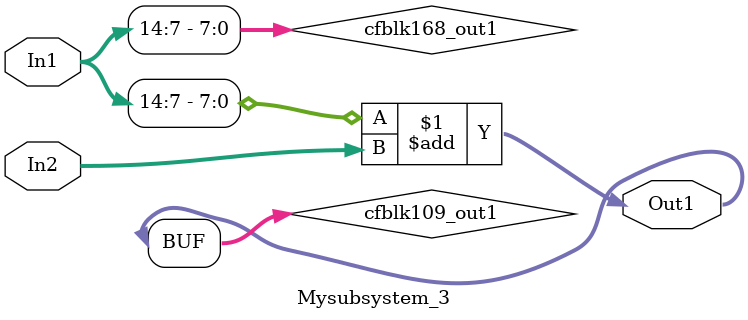
<source format=v>



`timescale 1 ns / 1 ns

module Mysubsystem_3
          (In1,
           In2,
           Out1);


  input   [15:0] In1;  // ufix16_En7
  input   [7:0] In2;  // uint8
  output  [7:0] Out1;  // uint8


  wire [7:0] cfblk168_out1;  // uint8
  wire [7:0] cfblk109_out1;  // uint8


  assign cfblk168_out1 = In1[14:7];



  assign cfblk109_out1 = cfblk168_out1 + In2;



  assign Out1 = cfblk109_out1;

endmodule  // Mysubsystem_3


</source>
